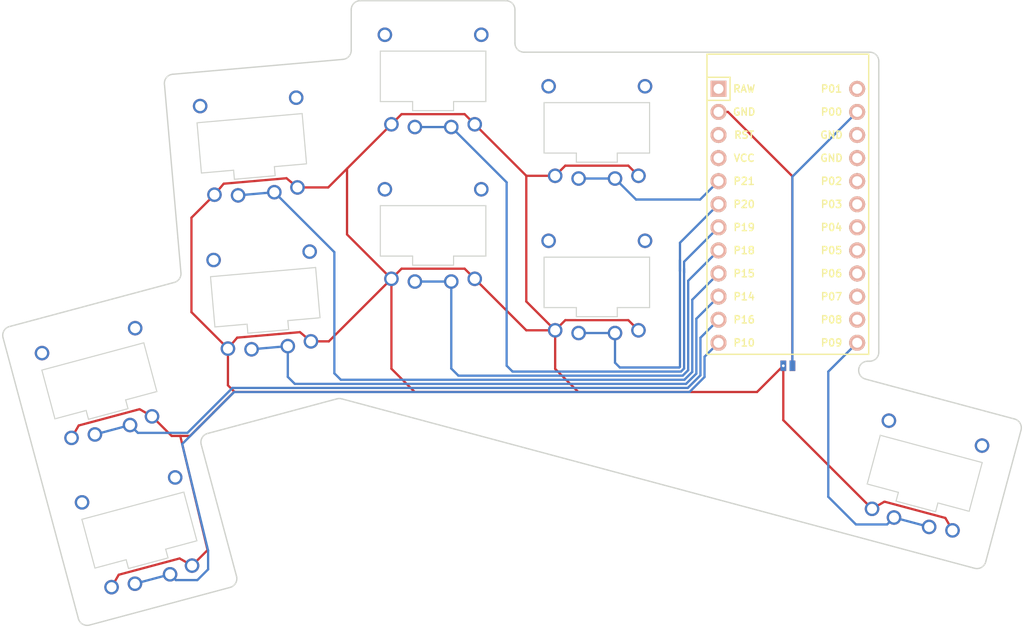
<source format=kicad_pcb>
(kicad_pcb (version 20171130) (host pcbnew "(5.1.9)-1")

  (general
    (thickness 1.6)
    (drawings 35)
    (tracks 142)
    (zones 0)
    (modules 13)
    (nets 23)
  )

  (page A3)
  (title_block
    (title KEYBOARD_NAME_HERE)
    (rev VERSION_HERE)
    (company YOUR_NAME_HERE)
  )

  (layers
    (0 F.Cu signal)
    (31 B.Cu signal)
    (32 B.Adhes user)
    (33 F.Adhes user)
    (34 B.Paste user)
    (35 F.Paste user)
    (36 B.SilkS user)
    (37 F.SilkS user)
    (38 B.Mask user)
    (39 F.Mask user)
    (40 Dwgs.User user hide)
    (41 Cmts.User user)
    (42 Eco1.User user)
    (43 Eco2.User user)
    (44 Edge.Cuts user)
    (45 Margin user)
    (46 B.CrtYd user)
    (47 F.CrtYd user)
    (48 B.Fab user)
    (49 F.Fab user)
  )

  (setup
    (last_trace_width 0.25)
    (trace_clearance 0.2)
    (zone_clearance 0.508)
    (zone_45_only no)
    (trace_min 0.2)
    (via_size 0.8)
    (via_drill 0.4)
    (via_min_size 0.4)
    (via_min_drill 0.3)
    (uvia_size 0.3)
    (uvia_drill 0.1)
    (uvias_allowed no)
    (uvia_min_size 0.2)
    (uvia_min_drill 0.1)
    (edge_width 0.05)
    (segment_width 0.2)
    (pcb_text_width 0.3)
    (pcb_text_size 1.5 1.5)
    (mod_edge_width 0.12)
    (mod_text_size 1 1)
    (mod_text_width 0.15)
    (pad_size 1.524 1.524)
    (pad_drill 0.762)
    (pad_to_mask_clearance 0.05)
    (aux_axis_origin 0 0)
    (visible_elements 7FFFEFFF)
    (pcbplotparams
      (layerselection 0x010fc_ffffffff)
      (usegerberextensions false)
      (usegerberattributes true)
      (usegerberadvancedattributes true)
      (creategerberjobfile true)
      (excludeedgelayer true)
      (linewidth 0.100000)
      (plotframeref false)
      (viasonmask false)
      (mode 1)
      (useauxorigin false)
      (hpglpennumber 1)
      (hpglpenspeed 20)
      (hpglpendiameter 15.000000)
      (psnegative false)
      (psa4output false)
      (plotreference true)
      (plotvalue true)
      (plotinvisibletext false)
      (padsonsilk false)
      (subtractmaskfromsilk false)
      (outputformat 1)
      (mirror false)
      (drillshape 1)
      (scaleselection 1)
      (outputdirectory ""))
  )

  (net 0 "")
  (net 1 GND)
  (net 2 P10)
  (net 3 P16)
  (net 4 P14)
  (net 5 P15)
  (net 6 P18)
  (net 7 P19)
  (net 8 P20)
  (net 9 P21)
  (net 10 P9)
  (net 11 RAW)
  (net 12 RST)
  (net 13 VCC)
  (net 14 P1)
  (net 15 P0)
  (net 16 P2)
  (net 17 P3)
  (net 18 P4)
  (net 19 P5)
  (net 20 P6)
  (net 21 P7)
  (net 22 P8)

  (net_class Default "This is the default net class."
    (clearance 0.2)
    (trace_width 0.25)
    (via_dia 0.8)
    (via_drill 0.4)
    (uvia_dia 0.3)
    (uvia_drill 0.1)
    (add_net GND)
    (add_net P0)
    (add_net P1)
    (add_net P10)
    (add_net P14)
    (add_net P15)
    (add_net P16)
    (add_net P18)
    (add_net P19)
    (add_net P2)
    (add_net P20)
    (add_net P21)
    (add_net P3)
    (add_net P4)
    (add_net P5)
    (add_net P6)
    (add_net P7)
    (add_net P8)
    (add_net P9)
    (add_net RAW)
    (add_net RST)
    (add_net VCC)
  )

  (module lib:Kailh_PG1232 (layer F.Cu) (tedit 5E1ADAC2) (tstamp 0)
    (at 14.280753 -0.114104 15)
    (fp_text reference S1 (at 0 0) (layer F.SilkS) hide
      (effects (font (size 1.27 1.27) (thickness 0.15)))
    )
    (fp_text value Kailh_PG1232 (at 0 -7.3) (layer F.Fab)
      (effects (font (size 1 1) (thickness 0.15)))
    )
    (fp_line (start -9 8.5) (end -9 -8.5) (layer Dwgs.User) (width 0.15))
    (fp_line (start 9 8.5) (end -9 8.5) (layer Dwgs.User) (width 0.15))
    (fp_line (start 9 -8.5) (end 9 8.5) (layer Dwgs.User) (width 0.15))
    (fp_line (start -9 -8.5) (end 9 -8.5) (layer Dwgs.User) (width 0.15))
    (fp_line (start -5.8 -2.95) (end 5.8 -2.95) (layer Edge.Cuts) (width 0.12))
    (fp_line (start 5.8 -2.95) (end 5.8 2.6) (layer Edge.Cuts) (width 0.12))
    (fp_line (start -5.8 2.6) (end -5.8 -2.95) (layer Edge.Cuts) (width 0.12))
    (fp_line (start -2.25 2.6) (end -2.25 3.6) (layer Edge.Cuts) (width 0.12))
    (fp_line (start -2.25 3.6) (end 2.25 3.6) (layer Edge.Cuts) (width 0.12))
    (fp_line (start 2.25 3.6) (end 2.25 2.6) (layer Edge.Cuts) (width 0.12))
    (fp_line (start -2.25 2.6) (end -5.8 2.6) (layer Edge.Cuts) (width 0.12))
    (fp_line (start 2.25 2.6) (end 5.8 2.6) (layer Edge.Cuts) (width 0.12))
    (fp_line (start -2.8 -3.2) (end -2.8 -5.35) (layer Dwgs.User) (width 0.15))
    (fp_line (start 2.8 -3.2) (end 2.8 -5.35) (layer Dwgs.User) (width 0.15))
    (fp_line (start -2.8 -3.2) (end 2.8 -3.2) (layer Dwgs.User) (width 0.15))
    (fp_line (start 2.8 -5.35) (end -2.8 -5.35) (layer Dwgs.User) (width 0.15))
    (fp_line (start 7.25 6.75) (end 7.25 5.75) (layer Dwgs.User) (width 0.15))
    (fp_line (start 7.25 6.75) (end 6.25 6.75) (layer Dwgs.User) (width 0.15))
    (fp_line (start 7.25 -6.75) (end 7.25 -5.75) (layer Dwgs.User) (width 0.15))
    (fp_line (start 7.25 -6.75) (end 6.25 -6.75) (layer Dwgs.User) (width 0.15))
    (fp_line (start -7.25 6.75) (end -7.25 5.75) (layer Dwgs.User) (width 0.15))
    (fp_line (start -7.25 6.75) (end -6.25 6.75) (layer Dwgs.User) (width 0.15))
    (fp_line (start -7.25 -6.75) (end -7.25 -5.75) (layer Dwgs.User) (width 0.15))
    (fp_line (start -7.25 -6.75) (end -6.25 -6.75) (layer Dwgs.User) (width 0.15))
    (pad 3 thru_hole circle (at 5.3 -4.75) (size 1.6 1.6) (drill 1.1) (layers *.Cu *.Mask)
      (clearance 0.2))
    (pad 4 thru_hole circle (at -5.3 -4.75) (size 1.6 1.6) (drill 1.1) (layers *.Cu *.Mask)
      (clearance 0.2))
    (pad 1 thru_hole circle (at -4.58 5.1) (size 1.6 1.6) (drill 1.1) (layers *.Cu *.Mask)
      (net 1 GND) (clearance 0.2))
    (pad 2 thru_hole circle (at 2 5.4) (size 1.6 1.6) (drill 1.1) (layers *.Cu *.Mask)
      (net 2 P10) (clearance 0.2))
    (pad 1 thru_hole circle (at 4.58 5.1) (size 1.6 1.6) (drill 1.1) (layers *.Cu *.Mask)
      (net 1 GND) (clearance 0.2))
    (pad 2 thru_hole circle (at -2 5.4) (size 1.6 1.6) (drill 1.1) (layers *.Cu *.Mask)
      (net 2 P10) (clearance 0.2))
  )

  (module lib:Kailh_PG1232 (layer F.Cu) (tedit 5E1ADAC2) (tstamp 0)
    (at 9.88083 -16.534843 15)
    (fp_text reference S2 (at 0 0) (layer F.SilkS) hide
      (effects (font (size 1.27 1.27) (thickness 0.15)))
    )
    (fp_text value Kailh_PG1232 (at 0 -7.3) (layer F.Fab)
      (effects (font (size 1 1) (thickness 0.15)))
    )
    (fp_line (start -9 8.5) (end -9 -8.5) (layer Dwgs.User) (width 0.15))
    (fp_line (start 9 8.5) (end -9 8.5) (layer Dwgs.User) (width 0.15))
    (fp_line (start 9 -8.5) (end 9 8.5) (layer Dwgs.User) (width 0.15))
    (fp_line (start -9 -8.5) (end 9 -8.5) (layer Dwgs.User) (width 0.15))
    (fp_line (start -5.8 -2.95) (end 5.8 -2.95) (layer Edge.Cuts) (width 0.12))
    (fp_line (start 5.8 -2.95) (end 5.8 2.6) (layer Edge.Cuts) (width 0.12))
    (fp_line (start -5.8 2.6) (end -5.8 -2.95) (layer Edge.Cuts) (width 0.12))
    (fp_line (start -2.25 2.6) (end -2.25 3.6) (layer Edge.Cuts) (width 0.12))
    (fp_line (start -2.25 3.6) (end 2.25 3.6) (layer Edge.Cuts) (width 0.12))
    (fp_line (start 2.25 3.6) (end 2.25 2.6) (layer Edge.Cuts) (width 0.12))
    (fp_line (start -2.25 2.6) (end -5.8 2.6) (layer Edge.Cuts) (width 0.12))
    (fp_line (start 2.25 2.6) (end 5.8 2.6) (layer Edge.Cuts) (width 0.12))
    (fp_line (start -2.8 -3.2) (end -2.8 -5.35) (layer Dwgs.User) (width 0.15))
    (fp_line (start 2.8 -3.2) (end 2.8 -5.35) (layer Dwgs.User) (width 0.15))
    (fp_line (start -2.8 -3.2) (end 2.8 -3.2) (layer Dwgs.User) (width 0.15))
    (fp_line (start 2.8 -5.35) (end -2.8 -5.35) (layer Dwgs.User) (width 0.15))
    (fp_line (start 7.25 6.75) (end 7.25 5.75) (layer Dwgs.User) (width 0.15))
    (fp_line (start 7.25 6.75) (end 6.25 6.75) (layer Dwgs.User) (width 0.15))
    (fp_line (start 7.25 -6.75) (end 7.25 -5.75) (layer Dwgs.User) (width 0.15))
    (fp_line (start 7.25 -6.75) (end 6.25 -6.75) (layer Dwgs.User) (width 0.15))
    (fp_line (start -7.25 6.75) (end -7.25 5.75) (layer Dwgs.User) (width 0.15))
    (fp_line (start -7.25 6.75) (end -6.25 6.75) (layer Dwgs.User) (width 0.15))
    (fp_line (start -7.25 -6.75) (end -7.25 -5.75) (layer Dwgs.User) (width 0.15))
    (fp_line (start -7.25 -6.75) (end -6.25 -6.75) (layer Dwgs.User) (width 0.15))
    (pad 3 thru_hole circle (at 5.3 -4.75) (size 1.6 1.6) (drill 1.1) (layers *.Cu *.Mask)
      (clearance 0.2))
    (pad 4 thru_hole circle (at -5.3 -4.75) (size 1.6 1.6) (drill 1.1) (layers *.Cu *.Mask)
      (clearance 0.2))
    (pad 1 thru_hole circle (at -4.58 5.1) (size 1.6 1.6) (drill 1.1) (layers *.Cu *.Mask)
      (net 1 GND) (clearance 0.2))
    (pad 2 thru_hole circle (at 2 5.4) (size 1.6 1.6) (drill 1.1) (layers *.Cu *.Mask)
      (net 3 P16) (clearance 0.2))
    (pad 1 thru_hole circle (at 4.58 5.1) (size 1.6 1.6) (drill 1.1) (layers *.Cu *.Mask)
      (net 1 GND) (clearance 0.2))
    (pad 2 thru_hole circle (at -2 5.4) (size 1.6 1.6) (drill 1.1) (layers *.Cu *.Mask)
      (net 3 P16) (clearance 0.2))
  )

  (module lib:Kailh_PG1232 (layer F.Cu) (tedit 5E1ADAC2) (tstamp 0)
    (at 28.089595 -25.726187 5)
    (fp_text reference S3 (at 0 0) (layer F.SilkS) hide
      (effects (font (size 1.27 1.27) (thickness 0.15)))
    )
    (fp_text value Kailh_PG1232 (at 0 -7.3) (layer F.Fab)
      (effects (font (size 1 1) (thickness 0.15)))
    )
    (fp_line (start -9 8.5) (end -9 -8.5) (layer Dwgs.User) (width 0.15))
    (fp_line (start 9 8.5) (end -9 8.5) (layer Dwgs.User) (width 0.15))
    (fp_line (start 9 -8.5) (end 9 8.5) (layer Dwgs.User) (width 0.15))
    (fp_line (start -9 -8.5) (end 9 -8.5) (layer Dwgs.User) (width 0.15))
    (fp_line (start -5.8 -2.95) (end 5.8 -2.95) (layer Edge.Cuts) (width 0.12))
    (fp_line (start 5.8 -2.95) (end 5.8 2.6) (layer Edge.Cuts) (width 0.12))
    (fp_line (start -5.8 2.6) (end -5.8 -2.95) (layer Edge.Cuts) (width 0.12))
    (fp_line (start -2.25 2.6) (end -2.25 3.6) (layer Edge.Cuts) (width 0.12))
    (fp_line (start -2.25 3.6) (end 2.25 3.6) (layer Edge.Cuts) (width 0.12))
    (fp_line (start 2.25 3.6) (end 2.25 2.6) (layer Edge.Cuts) (width 0.12))
    (fp_line (start -2.25 2.6) (end -5.8 2.6) (layer Edge.Cuts) (width 0.12))
    (fp_line (start 2.25 2.6) (end 5.8 2.6) (layer Edge.Cuts) (width 0.12))
    (fp_line (start -2.8 -3.2) (end -2.8 -5.35) (layer Dwgs.User) (width 0.15))
    (fp_line (start 2.8 -3.2) (end 2.8 -5.35) (layer Dwgs.User) (width 0.15))
    (fp_line (start -2.8 -3.2) (end 2.8 -3.2) (layer Dwgs.User) (width 0.15))
    (fp_line (start 2.8 -5.35) (end -2.8 -5.35) (layer Dwgs.User) (width 0.15))
    (fp_line (start 7.25 6.75) (end 7.25 5.75) (layer Dwgs.User) (width 0.15))
    (fp_line (start 7.25 6.75) (end 6.25 6.75) (layer Dwgs.User) (width 0.15))
    (fp_line (start 7.25 -6.75) (end 7.25 -5.75) (layer Dwgs.User) (width 0.15))
    (fp_line (start 7.25 -6.75) (end 6.25 -6.75) (layer Dwgs.User) (width 0.15))
    (fp_line (start -7.25 6.75) (end -7.25 5.75) (layer Dwgs.User) (width 0.15))
    (fp_line (start -7.25 6.75) (end -6.25 6.75) (layer Dwgs.User) (width 0.15))
    (fp_line (start -7.25 -6.75) (end -7.25 -5.75) (layer Dwgs.User) (width 0.15))
    (fp_line (start -7.25 -6.75) (end -6.25 -6.75) (layer Dwgs.User) (width 0.15))
    (pad 3 thru_hole circle (at 5.3 -4.75) (size 1.6 1.6) (drill 1.1) (layers *.Cu *.Mask)
      (clearance 0.2))
    (pad 4 thru_hole circle (at -5.3 -4.75) (size 1.6 1.6) (drill 1.1) (layers *.Cu *.Mask)
      (clearance 0.2))
    (pad 1 thru_hole circle (at -4.58 5.1) (size 1.6 1.6) (drill 1.1) (layers *.Cu *.Mask)
      (net 1 GND) (clearance 0.2))
    (pad 2 thru_hole circle (at 2 5.4) (size 1.6 1.6) (drill 1.1) (layers *.Cu *.Mask)
      (net 4 P14) (clearance 0.2))
    (pad 1 thru_hole circle (at 4.58 5.1) (size 1.6 1.6) (drill 1.1) (layers *.Cu *.Mask)
      (net 1 GND) (clearance 0.2))
    (pad 2 thru_hole circle (at -2 5.4) (size 1.6 1.6) (drill 1.1) (layers *.Cu *.Mask)
      (net 4 P14) (clearance 0.2))
  )

  (module lib:Kailh_PG1232 (layer F.Cu) (tedit 5E1ADAC2) (tstamp 0)
    (at 26.607947 -42.661496 5)
    (fp_text reference S4 (at 0 0) (layer F.SilkS) hide
      (effects (font (size 1.27 1.27) (thickness 0.15)))
    )
    (fp_text value Kailh_PG1232 (at 0 -7.3) (layer F.Fab)
      (effects (font (size 1 1) (thickness 0.15)))
    )
    (fp_line (start -9 8.5) (end -9 -8.5) (layer Dwgs.User) (width 0.15))
    (fp_line (start 9 8.5) (end -9 8.5) (layer Dwgs.User) (width 0.15))
    (fp_line (start 9 -8.5) (end 9 8.5) (layer Dwgs.User) (width 0.15))
    (fp_line (start -9 -8.5) (end 9 -8.5) (layer Dwgs.User) (width 0.15))
    (fp_line (start -5.8 -2.95) (end 5.8 -2.95) (layer Edge.Cuts) (width 0.12))
    (fp_line (start 5.8 -2.95) (end 5.8 2.6) (layer Edge.Cuts) (width 0.12))
    (fp_line (start -5.8 2.6) (end -5.8 -2.95) (layer Edge.Cuts) (width 0.12))
    (fp_line (start -2.25 2.6) (end -2.25 3.6) (layer Edge.Cuts) (width 0.12))
    (fp_line (start -2.25 3.6) (end 2.25 3.6) (layer Edge.Cuts) (width 0.12))
    (fp_line (start 2.25 3.6) (end 2.25 2.6) (layer Edge.Cuts) (width 0.12))
    (fp_line (start -2.25 2.6) (end -5.8 2.6) (layer Edge.Cuts) (width 0.12))
    (fp_line (start 2.25 2.6) (end 5.8 2.6) (layer Edge.Cuts) (width 0.12))
    (fp_line (start -2.8 -3.2) (end -2.8 -5.35) (layer Dwgs.User) (width 0.15))
    (fp_line (start 2.8 -3.2) (end 2.8 -5.35) (layer Dwgs.User) (width 0.15))
    (fp_line (start -2.8 -3.2) (end 2.8 -3.2) (layer Dwgs.User) (width 0.15))
    (fp_line (start 2.8 -5.35) (end -2.8 -5.35) (layer Dwgs.User) (width 0.15))
    (fp_line (start 7.25 6.75) (end 7.25 5.75) (layer Dwgs.User) (width 0.15))
    (fp_line (start 7.25 6.75) (end 6.25 6.75) (layer Dwgs.User) (width 0.15))
    (fp_line (start 7.25 -6.75) (end 7.25 -5.75) (layer Dwgs.User) (width 0.15))
    (fp_line (start 7.25 -6.75) (end 6.25 -6.75) (layer Dwgs.User) (width 0.15))
    (fp_line (start -7.25 6.75) (end -7.25 5.75) (layer Dwgs.User) (width 0.15))
    (fp_line (start -7.25 6.75) (end -6.25 6.75) (layer Dwgs.User) (width 0.15))
    (fp_line (start -7.25 -6.75) (end -7.25 -5.75) (layer Dwgs.User) (width 0.15))
    (fp_line (start -7.25 -6.75) (end -6.25 -6.75) (layer Dwgs.User) (width 0.15))
    (pad 3 thru_hole circle (at 5.3 -4.75) (size 1.6 1.6) (drill 1.1) (layers *.Cu *.Mask)
      (clearance 0.2))
    (pad 4 thru_hole circle (at -5.3 -4.75) (size 1.6 1.6) (drill 1.1) (layers *.Cu *.Mask)
      (clearance 0.2))
    (pad 1 thru_hole circle (at -4.58 5.1) (size 1.6 1.6) (drill 1.1) (layers *.Cu *.Mask)
      (net 1 GND) (clearance 0.2))
    (pad 2 thru_hole circle (at 2 5.4) (size 1.6 1.6) (drill 1.1) (layers *.Cu *.Mask)
      (net 5 P15) (clearance 0.2))
    (pad 1 thru_hole circle (at 4.58 5.1) (size 1.6 1.6) (drill 1.1) (layers *.Cu *.Mask)
      (net 1 GND) (clearance 0.2))
    (pad 2 thru_hole circle (at -2 5.4) (size 1.6 1.6) (drill 1.1) (layers *.Cu *.Mask)
      (net 5 P15) (clearance 0.2))
  )

  (module lib:Kailh_PG1232 (layer F.Cu) (tedit 5E1ADAC2) (tstamp 0)
    (at 46.523412 -33.027248)
    (fp_text reference S5 (at 0 0) (layer F.SilkS) hide
      (effects (font (size 1.27 1.27) (thickness 0.15)))
    )
    (fp_text value Kailh_PG1232 (at 0 -7.3) (layer F.Fab)
      (effects (font (size 1 1) (thickness 0.15)))
    )
    (fp_line (start -9 8.5) (end -9 -8.5) (layer Dwgs.User) (width 0.15))
    (fp_line (start 9 8.5) (end -9 8.5) (layer Dwgs.User) (width 0.15))
    (fp_line (start 9 -8.5) (end 9 8.5) (layer Dwgs.User) (width 0.15))
    (fp_line (start -9 -8.5) (end 9 -8.5) (layer Dwgs.User) (width 0.15))
    (fp_line (start -5.8 -2.95) (end 5.8 -2.95) (layer Edge.Cuts) (width 0.12))
    (fp_line (start 5.8 -2.95) (end 5.8 2.6) (layer Edge.Cuts) (width 0.12))
    (fp_line (start -5.8 2.6) (end -5.8 -2.95) (layer Edge.Cuts) (width 0.12))
    (fp_line (start -2.25 2.6) (end -2.25 3.6) (layer Edge.Cuts) (width 0.12))
    (fp_line (start -2.25 3.6) (end 2.25 3.6) (layer Edge.Cuts) (width 0.12))
    (fp_line (start 2.25 3.6) (end 2.25 2.6) (layer Edge.Cuts) (width 0.12))
    (fp_line (start -2.25 2.6) (end -5.8 2.6) (layer Edge.Cuts) (width 0.12))
    (fp_line (start 2.25 2.6) (end 5.8 2.6) (layer Edge.Cuts) (width 0.12))
    (fp_line (start -2.8 -3.2) (end -2.8 -5.35) (layer Dwgs.User) (width 0.15))
    (fp_line (start 2.8 -3.2) (end 2.8 -5.35) (layer Dwgs.User) (width 0.15))
    (fp_line (start -2.8 -3.2) (end 2.8 -3.2) (layer Dwgs.User) (width 0.15))
    (fp_line (start 2.8 -5.35) (end -2.8 -5.35) (layer Dwgs.User) (width 0.15))
    (fp_line (start 7.25 6.75) (end 7.25 5.75) (layer Dwgs.User) (width 0.15))
    (fp_line (start 7.25 6.75) (end 6.25 6.75) (layer Dwgs.User) (width 0.15))
    (fp_line (start 7.25 -6.75) (end 7.25 -5.75) (layer Dwgs.User) (width 0.15))
    (fp_line (start 7.25 -6.75) (end 6.25 -6.75) (layer Dwgs.User) (width 0.15))
    (fp_line (start -7.25 6.75) (end -7.25 5.75) (layer Dwgs.User) (width 0.15))
    (fp_line (start -7.25 6.75) (end -6.25 6.75) (layer Dwgs.User) (width 0.15))
    (fp_line (start -7.25 -6.75) (end -7.25 -5.75) (layer Dwgs.User) (width 0.15))
    (fp_line (start -7.25 -6.75) (end -6.25 -6.75) (layer Dwgs.User) (width 0.15))
    (pad 3 thru_hole circle (at 5.3 -4.75) (size 1.6 1.6) (drill 1.1) (layers *.Cu *.Mask)
      (clearance 0.2))
    (pad 4 thru_hole circle (at -5.3 -4.75) (size 1.6 1.6) (drill 1.1) (layers *.Cu *.Mask)
      (clearance 0.2))
    (pad 1 thru_hole circle (at -4.58 5.1) (size 1.6 1.6) (drill 1.1) (layers *.Cu *.Mask)
      (net 1 GND) (clearance 0.2))
    (pad 2 thru_hole circle (at 2 5.4) (size 1.6 1.6) (drill 1.1) (layers *.Cu *.Mask)
      (net 6 P18) (clearance 0.2))
    (pad 1 thru_hole circle (at 4.58 5.1) (size 1.6 1.6) (drill 1.1) (layers *.Cu *.Mask)
      (net 1 GND) (clearance 0.2))
    (pad 2 thru_hole circle (at -2 5.4) (size 1.6 1.6) (drill 1.1) (layers *.Cu *.Mask)
      (net 6 P18) (clearance 0.2))
  )

  (module lib:Kailh_PG1232 (layer F.Cu) (tedit 5E1ADAC2) (tstamp 0)
    (at 46.523412 -50.027248)
    (fp_text reference S6 (at 0 0) (layer F.SilkS) hide
      (effects (font (size 1.27 1.27) (thickness 0.15)))
    )
    (fp_text value Kailh_PG1232 (at 0 -7.3) (layer F.Fab)
      (effects (font (size 1 1) (thickness 0.15)))
    )
    (fp_line (start -9 8.5) (end -9 -8.5) (layer Dwgs.User) (width 0.15))
    (fp_line (start 9 8.5) (end -9 8.5) (layer Dwgs.User) (width 0.15))
    (fp_line (start 9 -8.5) (end 9 8.5) (layer Dwgs.User) (width 0.15))
    (fp_line (start -9 -8.5) (end 9 -8.5) (layer Dwgs.User) (width 0.15))
    (fp_line (start -5.8 -2.95) (end 5.8 -2.95) (layer Edge.Cuts) (width 0.12))
    (fp_line (start 5.8 -2.95) (end 5.8 2.6) (layer Edge.Cuts) (width 0.12))
    (fp_line (start -5.8 2.6) (end -5.8 -2.95) (layer Edge.Cuts) (width 0.12))
    (fp_line (start -2.25 2.6) (end -2.25 3.6) (layer Edge.Cuts) (width 0.12))
    (fp_line (start -2.25 3.6) (end 2.25 3.6) (layer Edge.Cuts) (width 0.12))
    (fp_line (start 2.25 3.6) (end 2.25 2.6) (layer Edge.Cuts) (width 0.12))
    (fp_line (start -2.25 2.6) (end -5.8 2.6) (layer Edge.Cuts) (width 0.12))
    (fp_line (start 2.25 2.6) (end 5.8 2.6) (layer Edge.Cuts) (width 0.12))
    (fp_line (start -2.8 -3.2) (end -2.8 -5.35) (layer Dwgs.User) (width 0.15))
    (fp_line (start 2.8 -3.2) (end 2.8 -5.35) (layer Dwgs.User) (width 0.15))
    (fp_line (start -2.8 -3.2) (end 2.8 -3.2) (layer Dwgs.User) (width 0.15))
    (fp_line (start 2.8 -5.35) (end -2.8 -5.35) (layer Dwgs.User) (width 0.15))
    (fp_line (start 7.25 6.75) (end 7.25 5.75) (layer Dwgs.User) (width 0.15))
    (fp_line (start 7.25 6.75) (end 6.25 6.75) (layer Dwgs.User) (width 0.15))
    (fp_line (start 7.25 -6.75) (end 7.25 -5.75) (layer Dwgs.User) (width 0.15))
    (fp_line (start 7.25 -6.75) (end 6.25 -6.75) (layer Dwgs.User) (width 0.15))
    (fp_line (start -7.25 6.75) (end -7.25 5.75) (layer Dwgs.User) (width 0.15))
    (fp_line (start -7.25 6.75) (end -6.25 6.75) (layer Dwgs.User) (width 0.15))
    (fp_line (start -7.25 -6.75) (end -7.25 -5.75) (layer Dwgs.User) (width 0.15))
    (fp_line (start -7.25 -6.75) (end -6.25 -6.75) (layer Dwgs.User) (width 0.15))
    (pad 3 thru_hole circle (at 5.3 -4.75) (size 1.6 1.6) (drill 1.1) (layers *.Cu *.Mask)
      (clearance 0.2))
    (pad 4 thru_hole circle (at -5.3 -4.75) (size 1.6 1.6) (drill 1.1) (layers *.Cu *.Mask)
      (clearance 0.2))
    (pad 1 thru_hole circle (at -4.58 5.1) (size 1.6 1.6) (drill 1.1) (layers *.Cu *.Mask)
      (net 1 GND) (clearance 0.2))
    (pad 2 thru_hole circle (at 2 5.4) (size 1.6 1.6) (drill 1.1) (layers *.Cu *.Mask)
      (net 7 P19) (clearance 0.2))
    (pad 1 thru_hole circle (at 4.58 5.1) (size 1.6 1.6) (drill 1.1) (layers *.Cu *.Mask)
      (net 1 GND) (clearance 0.2))
    (pad 2 thru_hole circle (at -2 5.4) (size 1.6 1.6) (drill 1.1) (layers *.Cu *.Mask)
      (net 7 P19) (clearance 0.2))
  )

  (module lib:Kailh_PG1232 (layer F.Cu) (tedit 5E1ADAC2) (tstamp 0)
    (at 64.523413 -27.360582)
    (fp_text reference S7 (at 0 0) (layer F.SilkS) hide
      (effects (font (size 1.27 1.27) (thickness 0.15)))
    )
    (fp_text value Kailh_PG1232 (at 0 -7.3) (layer F.Fab)
      (effects (font (size 1 1) (thickness 0.15)))
    )
    (fp_line (start -9 8.5) (end -9 -8.5) (layer Dwgs.User) (width 0.15))
    (fp_line (start 9 8.5) (end -9 8.5) (layer Dwgs.User) (width 0.15))
    (fp_line (start 9 -8.5) (end 9 8.5) (layer Dwgs.User) (width 0.15))
    (fp_line (start -9 -8.5) (end 9 -8.5) (layer Dwgs.User) (width 0.15))
    (fp_line (start -5.8 -2.95) (end 5.8 -2.95) (layer Edge.Cuts) (width 0.12))
    (fp_line (start 5.8 -2.95) (end 5.8 2.6) (layer Edge.Cuts) (width 0.12))
    (fp_line (start -5.8 2.6) (end -5.8 -2.95) (layer Edge.Cuts) (width 0.12))
    (fp_line (start -2.25 2.6) (end -2.25 3.6) (layer Edge.Cuts) (width 0.12))
    (fp_line (start -2.25 3.6) (end 2.25 3.6) (layer Edge.Cuts) (width 0.12))
    (fp_line (start 2.25 3.6) (end 2.25 2.6) (layer Edge.Cuts) (width 0.12))
    (fp_line (start -2.25 2.6) (end -5.8 2.6) (layer Edge.Cuts) (width 0.12))
    (fp_line (start 2.25 2.6) (end 5.8 2.6) (layer Edge.Cuts) (width 0.12))
    (fp_line (start -2.8 -3.2) (end -2.8 -5.35) (layer Dwgs.User) (width 0.15))
    (fp_line (start 2.8 -3.2) (end 2.8 -5.35) (layer Dwgs.User) (width 0.15))
    (fp_line (start -2.8 -3.2) (end 2.8 -3.2) (layer Dwgs.User) (width 0.15))
    (fp_line (start 2.8 -5.35) (end -2.8 -5.35) (layer Dwgs.User) (width 0.15))
    (fp_line (start 7.25 6.75) (end 7.25 5.75) (layer Dwgs.User) (width 0.15))
    (fp_line (start 7.25 6.75) (end 6.25 6.75) (layer Dwgs.User) (width 0.15))
    (fp_line (start 7.25 -6.75) (end 7.25 -5.75) (layer Dwgs.User) (width 0.15))
    (fp_line (start 7.25 -6.75) (end 6.25 -6.75) (layer Dwgs.User) (width 0.15))
    (fp_line (start -7.25 6.75) (end -7.25 5.75) (layer Dwgs.User) (width 0.15))
    (fp_line (start -7.25 6.75) (end -6.25 6.75) (layer Dwgs.User) (width 0.15))
    (fp_line (start -7.25 -6.75) (end -7.25 -5.75) (layer Dwgs.User) (width 0.15))
    (fp_line (start -7.25 -6.75) (end -6.25 -6.75) (layer Dwgs.User) (width 0.15))
    (pad 3 thru_hole circle (at 5.3 -4.75) (size 1.6 1.6) (drill 1.1) (layers *.Cu *.Mask)
      (clearance 0.2))
    (pad 4 thru_hole circle (at -5.3 -4.75) (size 1.6 1.6) (drill 1.1) (layers *.Cu *.Mask)
      (clearance 0.2))
    (pad 1 thru_hole circle (at -4.58 5.1) (size 1.6 1.6) (drill 1.1) (layers *.Cu *.Mask)
      (net 1 GND) (clearance 0.2))
    (pad 2 thru_hole circle (at 2 5.4) (size 1.6 1.6) (drill 1.1) (layers *.Cu *.Mask)
      (net 8 P20) (clearance 0.2))
    (pad 1 thru_hole circle (at 4.58 5.1) (size 1.6 1.6) (drill 1.1) (layers *.Cu *.Mask)
      (net 1 GND) (clearance 0.2))
    (pad 2 thru_hole circle (at -2 5.4) (size 1.6 1.6) (drill 1.1) (layers *.Cu *.Mask)
      (net 8 P20) (clearance 0.2))
  )

  (module lib:Kailh_PG1232 (layer F.Cu) (tedit 5E1ADAC2) (tstamp 0)
    (at 64.523412 -44.360582)
    (fp_text reference S8 (at 0 0) (layer F.SilkS) hide
      (effects (font (size 1.27 1.27) (thickness 0.15)))
    )
    (fp_text value Kailh_PG1232 (at 0 -7.3) (layer F.Fab)
      (effects (font (size 1 1) (thickness 0.15)))
    )
    (fp_line (start -9 8.5) (end -9 -8.5) (layer Dwgs.User) (width 0.15))
    (fp_line (start 9 8.5) (end -9 8.5) (layer Dwgs.User) (width 0.15))
    (fp_line (start 9 -8.5) (end 9 8.5) (layer Dwgs.User) (width 0.15))
    (fp_line (start -9 -8.5) (end 9 -8.5) (layer Dwgs.User) (width 0.15))
    (fp_line (start -5.8 -2.95) (end 5.8 -2.95) (layer Edge.Cuts) (width 0.12))
    (fp_line (start 5.8 -2.95) (end 5.8 2.6) (layer Edge.Cuts) (width 0.12))
    (fp_line (start -5.8 2.6) (end -5.8 -2.95) (layer Edge.Cuts) (width 0.12))
    (fp_line (start -2.25 2.6) (end -2.25 3.6) (layer Edge.Cuts) (width 0.12))
    (fp_line (start -2.25 3.6) (end 2.25 3.6) (layer Edge.Cuts) (width 0.12))
    (fp_line (start 2.25 3.6) (end 2.25 2.6) (layer Edge.Cuts) (width 0.12))
    (fp_line (start -2.25 2.6) (end -5.8 2.6) (layer Edge.Cuts) (width 0.12))
    (fp_line (start 2.25 2.6) (end 5.8 2.6) (layer Edge.Cuts) (width 0.12))
    (fp_line (start -2.8 -3.2) (end -2.8 -5.35) (layer Dwgs.User) (width 0.15))
    (fp_line (start 2.8 -3.2) (end 2.8 -5.35) (layer Dwgs.User) (width 0.15))
    (fp_line (start -2.8 -3.2) (end 2.8 -3.2) (layer Dwgs.User) (width 0.15))
    (fp_line (start 2.8 -5.35) (end -2.8 -5.35) (layer Dwgs.User) (width 0.15))
    (fp_line (start 7.25 6.75) (end 7.25 5.75) (layer Dwgs.User) (width 0.15))
    (fp_line (start 7.25 6.75) (end 6.25 6.75) (layer Dwgs.User) (width 0.15))
    (fp_line (start 7.25 -6.75) (end 7.25 -5.75) (layer Dwgs.User) (width 0.15))
    (fp_line (start 7.25 -6.75) (end 6.25 -6.75) (layer Dwgs.User) (width 0.15))
    (fp_line (start -7.25 6.75) (end -7.25 5.75) (layer Dwgs.User) (width 0.15))
    (fp_line (start -7.25 6.75) (end -6.25 6.75) (layer Dwgs.User) (width 0.15))
    (fp_line (start -7.25 -6.75) (end -7.25 -5.75) (layer Dwgs.User) (width 0.15))
    (fp_line (start -7.25 -6.75) (end -6.25 -6.75) (layer Dwgs.User) (width 0.15))
    (pad 3 thru_hole circle (at 5.3 -4.75) (size 1.6 1.6) (drill 1.1) (layers *.Cu *.Mask)
      (clearance 0.2))
    (pad 4 thru_hole circle (at -5.3 -4.75) (size 1.6 1.6) (drill 1.1) (layers *.Cu *.Mask)
      (clearance 0.2))
    (pad 1 thru_hole circle (at -4.58 5.1) (size 1.6 1.6) (drill 1.1) (layers *.Cu *.Mask)
      (net 1 GND) (clearance 0.2))
    (pad 2 thru_hole circle (at 2 5.4) (size 1.6 1.6) (drill 1.1) (layers *.Cu *.Mask)
      (net 9 P21) (clearance 0.2))
    (pad 1 thru_hole circle (at 4.58 5.1) (size 1.6 1.6) (drill 1.1) (layers *.Cu *.Mask)
      (net 1 GND) (clearance 0.2))
    (pad 2 thru_hole circle (at -2 5.4) (size 1.6 1.6) (drill 1.1) (layers *.Cu *.Mask)
      (net 9 P21) (clearance 0.2))
  )

  (module lib:Kailh_PG1232 (layer F.Cu) (tedit 5E1ADAC2) (tstamp 0)
    (at 100.523412 -6.360581 345)
    (fp_text reference S9 (at 0 0) (layer F.SilkS) hide
      (effects (font (size 1.27 1.27) (thickness 0.15)))
    )
    (fp_text value Kailh_PG1232 (at 0 -7.3) (layer F.Fab)
      (effects (font (size 1 1) (thickness 0.15)))
    )
    (fp_line (start -9 8.5) (end -9 -8.5) (layer Dwgs.User) (width 0.15))
    (fp_line (start 9 8.5) (end -9 8.5) (layer Dwgs.User) (width 0.15))
    (fp_line (start 9 -8.5) (end 9 8.5) (layer Dwgs.User) (width 0.15))
    (fp_line (start -9 -8.5) (end 9 -8.5) (layer Dwgs.User) (width 0.15))
    (fp_line (start -5.8 -2.95) (end 5.8 -2.95) (layer Edge.Cuts) (width 0.12))
    (fp_line (start 5.8 -2.95) (end 5.8 2.6) (layer Edge.Cuts) (width 0.12))
    (fp_line (start -5.8 2.6) (end -5.8 -2.95) (layer Edge.Cuts) (width 0.12))
    (fp_line (start -2.25 2.6) (end -2.25 3.6) (layer Edge.Cuts) (width 0.12))
    (fp_line (start -2.25 3.6) (end 2.25 3.6) (layer Edge.Cuts) (width 0.12))
    (fp_line (start 2.25 3.6) (end 2.25 2.6) (layer Edge.Cuts) (width 0.12))
    (fp_line (start -2.25 2.6) (end -5.8 2.6) (layer Edge.Cuts) (width 0.12))
    (fp_line (start 2.25 2.6) (end 5.8 2.6) (layer Edge.Cuts) (width 0.12))
    (fp_line (start -2.8 -3.2) (end -2.8 -5.35) (layer Dwgs.User) (width 0.15))
    (fp_line (start 2.8 -3.2) (end 2.8 -5.35) (layer Dwgs.User) (width 0.15))
    (fp_line (start -2.8 -3.2) (end 2.8 -3.2) (layer Dwgs.User) (width 0.15))
    (fp_line (start 2.8 -5.35) (end -2.8 -5.35) (layer Dwgs.User) (width 0.15))
    (fp_line (start 7.25 6.75) (end 7.25 5.75) (layer Dwgs.User) (width 0.15))
    (fp_line (start 7.25 6.75) (end 6.25 6.75) (layer Dwgs.User) (width 0.15))
    (fp_line (start 7.25 -6.75) (end 7.25 -5.75) (layer Dwgs.User) (width 0.15))
    (fp_line (start 7.25 -6.75) (end 6.25 -6.75) (layer Dwgs.User) (width 0.15))
    (fp_line (start -7.25 6.75) (end -7.25 5.75) (layer Dwgs.User) (width 0.15))
    (fp_line (start -7.25 6.75) (end -6.25 6.75) (layer Dwgs.User) (width 0.15))
    (fp_line (start -7.25 -6.75) (end -7.25 -5.75) (layer Dwgs.User) (width 0.15))
    (fp_line (start -7.25 -6.75) (end -6.25 -6.75) (layer Dwgs.User) (width 0.15))
    (pad 3 thru_hole circle (at 5.3 -4.75) (size 1.6 1.6) (drill 1.1) (layers *.Cu *.Mask)
      (clearance 0.2))
    (pad 4 thru_hole circle (at -5.3 -4.75) (size 1.6 1.6) (drill 1.1) (layers *.Cu *.Mask)
      (clearance 0.2))
    (pad 1 thru_hole circle (at -4.58 5.1) (size 1.6 1.6) (drill 1.1) (layers *.Cu *.Mask)
      (net 1 GND) (clearance 0.2))
    (pad 2 thru_hole circle (at 2 5.4) (size 1.6 1.6) (drill 1.1) (layers *.Cu *.Mask)
      (net 10 P9) (clearance 0.2))
    (pad 1 thru_hole circle (at 4.58 5.1) (size 1.6 1.6) (drill 1.1) (layers *.Cu *.Mask)
      (net 1 GND) (clearance 0.2))
    (pad 2 thru_hole circle (at -2 5.4) (size 1.6 1.6) (drill 1.1) (layers *.Cu *.Mask)
      (net 10 P9) (clearance 0.2))
  )

  (module ProMicro (layer F.Cu) (tedit 5B307E4C) (tstamp 0)
    (at 85.523412 -34.860581 270)
    (fp_text reference C1 (at 0 0) (layer F.SilkS) hide
      (effects (font (size 1.27 1.27) (thickness 0.15)))
    )
    (fp_text value "" (at 0 0) (layer F.SilkS) hide
      (effects (font (size 1.27 1.27) (thickness 0.15)))
    )
    (fp_line (start -12.7 6.35) (end -12.7 8.89) (layer F.SilkS) (width 0.15))
    (fp_line (start -15.24 6.35) (end -15.24 8.89) (layer F.SilkS) (width 0.15))
    (fp_line (start -15.24 6.35) (end -12.7 6.35) (layer F.SilkS) (width 0.15))
    (fp_line (start -17.78 -8.89) (end -17.78 8.89) (layer F.SilkS) (width 0.15))
    (fp_line (start 15.24 -8.89) (end -17.78 -8.89) (layer F.SilkS) (width 0.15))
    (fp_line (start 15.24 8.89) (end 15.24 -8.89) (layer F.SilkS) (width 0.15))
    (fp_line (start -17.78 8.89) (end 15.24 8.89) (layer F.SilkS) (width 0.15))
    (fp_line (start -14.224 -3.81) (end -14.224 3.81) (layer Dwgs.User) (width 0.15))
    (fp_line (start -14.224 3.81) (end -19.304 3.81) (layer Dwgs.User) (width 0.15))
    (fp_line (start -19.304 3.81) (end -19.304 -3.81) (layer Dwgs.User) (width 0.15))
    (fp_line (start -19.304 -3.81) (end -14.224 -3.81) (layer Dwgs.User) (width 0.15))
    (fp_text user RAW (at -13.97 4.8) (layer F.SilkS)
      (effects (font (size 0.8 0.8) (thickness 0.15)))
    )
    (fp_text user GND (at -11.43 4.8) (layer F.SilkS)
      (effects (font (size 0.8 0.8) (thickness 0.15)))
    )
    (fp_text user RST (at -8.89 4.8) (layer F.SilkS)
      (effects (font (size 0.8 0.8) (thickness 0.15)))
    )
    (fp_text user VCC (at -6.35 4.8) (layer F.SilkS)
      (effects (font (size 0.8 0.8) (thickness 0.15)))
    )
    (fp_text user P21 (at -3.81 4.8) (layer F.SilkS)
      (effects (font (size 0.8 0.8) (thickness 0.15)))
    )
    (fp_text user P20 (at -1.27 4.8) (layer F.SilkS)
      (effects (font (size 0.8 0.8) (thickness 0.15)))
    )
    (fp_text user P19 (at 1.27 4.8) (layer F.SilkS)
      (effects (font (size 0.8 0.8) (thickness 0.15)))
    )
    (fp_text user P18 (at 3.81 4.8) (layer F.SilkS)
      (effects (font (size 0.8 0.8) (thickness 0.15)))
    )
    (fp_text user P15 (at 6.35 4.8) (layer F.SilkS)
      (effects (font (size 0.8 0.8) (thickness 0.15)))
    )
    (fp_text user P14 (at 8.89 4.8) (layer F.SilkS)
      (effects (font (size 0.8 0.8) (thickness 0.15)))
    )
    (fp_text user P16 (at 11.43 4.8) (layer F.SilkS)
      (effects (font (size 0.8 0.8) (thickness 0.15)))
    )
    (fp_text user P10 (at 13.97 4.8) (layer F.SilkS)
      (effects (font (size 0.8 0.8) (thickness 0.15)))
    )
    (fp_text user P01 (at -13.97 -4.8) (layer F.SilkS)
      (effects (font (size 0.8 0.8) (thickness 0.15)))
    )
    (fp_text user P00 (at -11.43 -4.8) (layer F.SilkS)
      (effects (font (size 0.8 0.8) (thickness 0.15)))
    )
    (fp_text user GND (at -8.89 -4.8) (layer F.SilkS)
      (effects (font (size 0.8 0.8) (thickness 0.15)))
    )
    (fp_text user GND (at -6.35 -4.8) (layer F.SilkS)
      (effects (font (size 0.8 0.8) (thickness 0.15)))
    )
    (fp_text user P02 (at -3.81 -4.8) (layer F.SilkS)
      (effects (font (size 0.8 0.8) (thickness 0.15)))
    )
    (fp_text user P03 (at -1.27 -4.8) (layer F.SilkS)
      (effects (font (size 0.8 0.8) (thickness 0.15)))
    )
    (fp_text user P04 (at 1.27 -4.8) (layer F.SilkS)
      (effects (font (size 0.8 0.8) (thickness 0.15)))
    )
    (fp_text user P05 (at 3.81 -4.8) (layer F.SilkS)
      (effects (font (size 0.8 0.8) (thickness 0.15)))
    )
    (fp_text user P06 (at 6.35 -4.8) (layer F.SilkS)
      (effects (font (size 0.8 0.8) (thickness 0.15)))
    )
    (fp_text user P07 (at 8.89 -4.8) (layer F.SilkS)
      (effects (font (size 0.8 0.8) (thickness 0.15)))
    )
    (fp_text user P08 (at 11.43 -4.8) (layer F.SilkS)
      (effects (font (size 0.8 0.8) (thickness 0.15)))
    )
    (fp_text user P09 (at 13.97 -4.8) (layer F.SilkS)
      (effects (font (size 0.8 0.8) (thickness 0.15)))
    )
    (pad 1 thru_hole rect (at -13.97 7.62 270) (size 1.7526 1.7526) (drill 1.0922) (layers *.Cu *.SilkS *.Mask)
      (net 11 RAW))
    (pad 2 thru_hole circle (at -11.43 7.62) (size 1.7526 1.7526) (drill 1.0922) (layers *.Cu *.SilkS *.Mask)
      (net 1 GND))
    (pad 3 thru_hole circle (at -8.89 7.62) (size 1.7526 1.7526) (drill 1.0922) (layers *.Cu *.SilkS *.Mask)
      (net 12 RST))
    (pad 4 thru_hole circle (at -6.35 7.62) (size 1.7526 1.7526) (drill 1.0922) (layers *.Cu *.SilkS *.Mask)
      (net 13 VCC))
    (pad 5 thru_hole circle (at -3.81 7.62) (size 1.7526 1.7526) (drill 1.0922) (layers *.Cu *.SilkS *.Mask)
      (net 9 P21))
    (pad 6 thru_hole circle (at -1.27 7.62) (size 1.7526 1.7526) (drill 1.0922) (layers *.Cu *.SilkS *.Mask)
      (net 8 P20))
    (pad 7 thru_hole circle (at 1.27 7.62) (size 1.7526 1.7526) (drill 1.0922) (layers *.Cu *.SilkS *.Mask)
      (net 7 P19))
    (pad 8 thru_hole circle (at 3.81 7.62) (size 1.7526 1.7526) (drill 1.0922) (layers *.Cu *.SilkS *.Mask)
      (net 6 P18))
    (pad 9 thru_hole circle (at 6.35 7.62) (size 1.7526 1.7526) (drill 1.0922) (layers *.Cu *.SilkS *.Mask)
      (net 5 P15))
    (pad 10 thru_hole circle (at 8.89 7.62) (size 1.7526 1.7526) (drill 1.0922) (layers *.Cu *.SilkS *.Mask)
      (net 4 P14))
    (pad 11 thru_hole circle (at 11.43 7.62) (size 1.7526 1.7526) (drill 1.0922) (layers *.Cu *.SilkS *.Mask)
      (net 3 P16))
    (pad 12 thru_hole circle (at 13.97 7.62) (size 1.7526 1.7526) (drill 1.0922) (layers *.Cu *.SilkS *.Mask)
      (net 2 P10))
    (pad 13 thru_hole circle (at -13.97 -7.62) (size 1.7526 1.7526) (drill 1.0922) (layers *.Cu *.SilkS *.Mask)
      (net 14 P1))
    (pad 14 thru_hole circle (at -11.43 -7.62) (size 1.7526 1.7526) (drill 1.0922) (layers *.Cu *.SilkS *.Mask)
      (net 15 P0))
    (pad 15 thru_hole circle (at -8.89 -7.62) (size 1.7526 1.7526) (drill 1.0922) (layers *.Cu *.SilkS *.Mask)
      (net 1 GND))
    (pad 16 thru_hole circle (at -6.35 -7.62) (size 1.7526 1.7526) (drill 1.0922) (layers *.Cu *.SilkS *.Mask)
      (net 1 GND))
    (pad 17 thru_hole circle (at -3.81 -7.62) (size 1.7526 1.7526) (drill 1.0922) (layers *.Cu *.SilkS *.Mask)
      (net 16 P2))
    (pad 18 thru_hole circle (at -1.27 -7.62) (size 1.7526 1.7526) (drill 1.0922) (layers *.Cu *.SilkS *.Mask)
      (net 17 P3))
    (pad 19 thru_hole circle (at 1.27 -7.62) (size 1.7526 1.7526) (drill 1.0922) (layers *.Cu *.SilkS *.Mask)
      (net 18 P4))
    (pad 20 thru_hole circle (at 3.81 -7.62) (size 1.7526 1.7526) (drill 1.0922) (layers *.Cu *.SilkS *.Mask)
      (net 19 P5))
    (pad 21 thru_hole circle (at 6.35 -7.62) (size 1.7526 1.7526) (drill 1.0922) (layers *.Cu *.SilkS *.Mask)
      (net 20 P6))
    (pad 22 thru_hole circle (at 8.89 -7.62) (size 1.7526 1.7526) (drill 1.0922) (layers *.Cu *.SilkS *.Mask)
      (net 21 P7))
    (pad 23 thru_hole circle (at 11.43 -7.62) (size 1.7526 1.7526) (drill 1.0922) (layers *.Cu *.SilkS *.Mask)
      (net 22 P8))
    (pad 24 thru_hole circle (at 13.97 -7.62) (size 1.7526 1.7526) (drill 1.0922) (layers *.Cu *.SilkS *.Mask)
      (net 10 P9))
  )

  (module lib:Jumper (layer F.Cu) (tedit 5E1ADAC2) (tstamp 0)
    (at 85.523412 -18.360582)
    (fp_text reference J1 (at 0 0) (layer F.SilkS) hide
      (effects (font (size 1.27 1.27) (thickness 0.15)))
    )
    (fp_text value Jumper (at 0 -7.3) (layer F.Fab)
      (effects (font (size 1 1) (thickness 0.15)))
    )
    (pad 1 smd rect (at -0.50038 0) (size 0.635 1.143) (layers F.Cu F.Paste F.Mask)
      (net 1 GND) (clearance 0.1905))
    (pad 2 smd rect (at 0.50038 0) (size 0.635 1.143) (layers F.Cu F.Paste F.Mask)
      (net 1 GND) (clearance 0.1905))
  )

  (module lib:Jumper (layer F.Cu) (tedit 5E1ADAC2) (tstamp 0)
    (at 85.523412 -18.360582)
    (fp_text reference J2 (at 0 0) (layer F.SilkS) hide
      (effects (font (size 1.27 1.27) (thickness 0.15)))
    )
    (fp_text value Jumper (at 0 -7.3) (layer F.Fab)
      (effects (font (size 1 1) (thickness 0.15)))
    )
    (pad 1 smd rect (at -0.50038 0) (size 0.635 1.143) (layers B.Cu B.Paste B.Mask)
      (net 1 GND) (clearance 0.1905))
    (pad 2 smd rect (at 0.50038 0) (size 0.635 1.143) (layers B.Cu B.Paste B.Mask)
      (net 15 P0) (clearance 0.1905))
  )

  (module VIA-0.6mm (layer F.Cu) (tedit 591DBFB0) (tstamp 0)
    (at 85.023412 -18.360582)
    (fp_text reference REF** (at 0 1.4) (layer F.SilkS) hide
      (effects (font (size 1 1) (thickness 0.15)))
    )
    (fp_text value VIA-0.6mm (at 0 -1.4) (layer F.Fab) hide
      (effects (font (size 1 1) (thickness 0.15)))
    )
    (pad 1 thru_hole circle (at 0 0) (size 0.6 0.6) (drill 0.3) (layers *.Cu)
      (net 1 GND) (zone_connect 2))
  )

  (gr_line (start 8.753309 10.166819) (end 24.208122 6.025714) (angle 90) (layer Edge.Cuts) (width 0.15))
  (gr_arc (start 23.949303 5.059786) (end 24.208122 6.025714) (angle -90) (layer Edge.Cuts) (width 0.15))
  (gr_line (start 21.032942 -9.687918) (end 24.915228 4.800967) (angle 90) (layer Edge.Cuts) (width 0.15))
  (gr_line (start -0.753646 -21.449915) (end 7.528564 9.45971) (angle 90) (layer Edge.Cuts) (width 0.15))
  (gr_arc (start 8.494489 9.200892) (end 7.528564 9.45971) (angle -90) (layer Edge.Cuts) (width 0.15))
  (gr_line (start -0.046539 -22.674661) (end 18.068031 -27.528446) (angle 90) (layer Edge.Cuts) (width 0.15))
  (gr_arc (start 0.212279 -21.708734) (end -0.046539 -22.674661) (angle -90) (layer Edge.Cuts) (width 0.15))
  (gr_line (start 35.95787 -14.722317) (end 21.74005 -10.912664) (angle 90) (layer Edge.Cuts) (width 0.15))
  (gr_line (start 18.470175 -32.413243) (end 18.805405 -28.581525) (angle 90) (layer Edge.Cuts) (width 0.15))
  (gr_line (start 18.470175 -32.413243) (end 18.295863 -34.405633) (angle 90) (layer Edge.Cuts) (width 0.15))
  (gr_line (start 16.988527 -49.348554) (end 18.295863 -34.405633) (angle 90) (layer Edge.Cuts) (width 0.15))
  (gr_line (start 17.897566 -50.431905) (end 36.610567 -52.06908) (angle 90) (layer Edge.Cuts) (width 0.15))
  (gr_arc (start 17.984722 -49.43571) (end 17.897566 -50.431905) (angle -90) (layer Edge.Cuts) (width 0.15))
  (gr_line (start 55.523412 -53.860582) (end 55.523413 -57.527248) (angle 90) (layer Edge.Cuts) (width 0.15))
  (gr_arc (start 54.523412 -57.527248) (end 55.523413 -57.527248) (angle -90) (layer Edge.Cuts) (width 0.15))
  (gr_line (start 54.523412 -58.527248) (end 38.523412 -58.527247) (angle 90) (layer Edge.Cuts) (width 0.15))
  (gr_arc (start 38.523412 -57.527248) (end 38.523412 -58.527247) (angle -90) (layer Edge.Cuts) (width 0.15))
  (gr_line (start 37.523413 -57.527247) (end 37.523412 -53.065274) (angle 90) (layer Edge.Cuts) (width 0.15))
  (gr_line (start 95.523412 -27.360583) (end 95.523413 -51.860582) (angle 90) (layer Edge.Cuts) (width 0.15))
  (gr_line (start 95.523412 -27.360583) (end 95.523412 -19.860581) (angle 90) (layer Edge.Cuts) (width 0.15))
  (gr_line (start 94.523412 -18.860582) (end 94.310009 -18.860582) (angle 90) (layer Edge.Cuts) (width 0.15))
  (gr_line (start 56.523412 -52.860582) (end 94.523412 -52.860582) (angle 90) (layer Edge.Cuts) (width 0.15))
  (gr_line (start 36.475509 -14.722318) (end 106.050856 3.92034) (angle 90) (layer Edge.Cuts) (width 0.15))
  (gr_arc (start 106.309675 2.954415) (end 106.050856 3.92034) (angle -90) (layer Edge.Cuts) (width 0.15))
  (gr_line (start 107.275601 3.213234) (end 111.157887 -11.275655) (angle 90) (layer Edge.Cuts) (width 0.15))
  (gr_arc (start 110.191961 -11.534474) (end 111.157887 -11.275655) (angle -90) (layer Edge.Cuts) (width 0.15))
  (gr_line (start 94.05119 -16.894656) (end 110.45078 -12.500399) (angle 90) (layer Edge.Cuts) (width 0.15))
  (gr_arc (start 21.99887 -9.946737) (end 21.74005 -10.912664) (angle -90) (layer Edge.Cuts) (width 0.15))
  (gr_arc (start 36.21669 -13.756393) (end 36.475509 -14.722318) (angle -29.99999579) (layer Edge.Cuts) (width 0.15))
  (gr_arc (start 94.310009 -17.860582) (end 94.310009 -18.860582) (angle -165.0000021) (layer Edge.Cuts) (width 0.15))
  (gr_arc (start 94.523412 -19.860582) (end 94.523412 -18.860582) (angle -90) (layer Edge.Cuts) (width 0.15))
  (gr_arc (start 94.523412 -51.860583) (end 95.523413 -51.860582) (angle -90) (layer Edge.Cuts) (width 0.15))
  (gr_arc (start 56.523412 -53.860581) (end 55.523412 -53.860582) (angle -90) (layer Edge.Cuts) (width 0.15))
  (gr_arc (start 36.523412 -53.065275) (end 36.610567 -52.06908) (angle -85.00000245) (layer Edge.Cuts) (width 0.15))
  (gr_arc (start 17.809212 -28.494369) (end 18.068031 -27.528446) (angle -79.99999966) (layer Edge.Cuts) (width 0.15))

  (segment (start 49.988421 -29.042238) (end 51.103412 -27.927247) (width 0.25) (layer F.Cu) (net 1))
  (segment (start 43.058403 -29.042238) (end 49.988421 -29.042238) (width 0.25) (layer F.Cu) (net 1))
  (segment (start 41.943413 -27.927248) (end 43.058403 -29.042238) (width 0.25) (layer F.Cu) (net 1))
  (segment (start 49.988421 -46.042239) (end 51.103412 -44.927248) (width 0.25) (layer F.Cu) (net 1))
  (segment (start 43.058402 -46.042238) (end 49.988421 -46.042239) (width 0.25) (layer F.Cu) (net 1))
  (segment (start 41.943412 -44.927248) (end 43.058402 -46.042238) (width 0.25) (layer F.Cu) (net 1))
  (segment (start 67.988422 -40.375572) (end 69.103412 -39.260582) (width 0.25) (layer F.Cu) (net 1))
  (segment (start 61.058402 -40.375572) (end 67.988422 -40.375572) (width 0.25) (layer F.Cu) (net 1))
  (segment (start 59.943412 -39.260581) (end 61.058402 -40.375572) (width 0.25) (layer F.Cu) (net 1))
  (segment (start 67.988423 -23.375572) (end 69.103412 -22.260581) (width 0.25) (layer F.Cu) (net 1))
  (segment (start 61.058402 -23.375572) (end 67.988423 -23.375572) (width 0.25) (layer F.Cu) (net 1))
  (segment (start 59.943411 -22.260581) (end 61.058402 -23.375572) (width 0.25) (layer F.Cu) (net 1))
  (segment (start 102.838957 -1.614547) (end 103.627375 -0.24897) (width 0.25) (layer F.Cu) (net 1))
  (segment (start 96.145073 -3.408168) (end 102.838957 -1.614547) (width 0.25) (layer F.Cu) (net 1))
  (segment (start 94.779495 -2.619751) (end 96.145073 -3.408168) (width 0.25) (layer F.Cu) (net 1))
  (segment (start 31.888736 -22.058336) (end 33.09666 -21.044767) (width 0.25) (layer F.Cu) (net 1))
  (segment (start 24.985087 -21.454345) (end 31.888736 -22.058336) (width 0.25) (layer F.Cu) (net 1))
  (segment (start 23.971517 -20.24642) (end 24.985087 -21.454345) (width 0.25) (layer F.Cu) (net 1))
  (segment (start 30.407088 -38.993645) (end 31.615013 -37.980075) (width 0.25) (layer F.Cu) (net 1))
  (segment (start 23.503439 -38.389653) (end 30.407088 -38.993645) (width 0.25) (layer F.Cu) (net 1))
  (segment (start 22.48987 -37.181729) (end 23.503439 -38.389653) (width 0.25) (layer F.Cu) (net 1))
  (segment (start 14.259169 -13.58243) (end 15.624748 -12.794013) (width 0.25) (layer F.Cu) (net 1))
  (segment (start 7.565284 -11.788809) (end 14.259169 -13.58243) (width 0.25) (layer F.Cu) (net 1))
  (segment (start 6.776867 -10.42323) (end 7.565284 -11.788809) (width 0.25) (layer F.Cu) (net 1))
  (segment (start 18.659092 2.83831) (end 20.024671 3.626727) (width 0.25) (layer F.Cu) (net 1))
  (segment (start 11.965207 4.631931) (end 18.659092 2.83831) (width 0.25) (layer F.Cu) (net 1))
  (segment (start 11.17679 5.997509) (end 11.965207 4.631931) (width 0.25) (layer F.Cu) (net 1))
  (segment (start 85.023032 -12.376214) (end 85.023032 -18.360582) (width 0.25) (layer F.Cu) (net 1))
  (segment (start 94.779495 -2.619751) (end 85.023032 -12.376214) (width 0.25) (layer F.Cu) (net 1))
  (segment (start 22.36 -13.2) (end 24.63 -15.47) (width 0.25) (layer F.Cu) (net 1))
  (segment (start 82.13245 -15.47) (end 85.023032 -18.360582) (width 0.25) (layer F.Cu) (net 1))
  (segment (start 22.36 -13.19) (end 22.36 -13.2) (width 0.25) (layer F.Cu) (net 1))
  (segment (start 20.02467 3.626726) (end 21.730334 1.921062) (width 0.25) (layer F.Cu) (net 1))
  (segment (start 15.624747 -12.794013) (end 17.77876 -10.64) (width 0.25) (layer F.Cu) (net 1))
  (segment (start 19.81 -10.64) (end 20.855 -11.685) (width 0.25) (layer F.Cu) (net 1))
  (segment (start 20.855 -11.685) (end 22.36 -13.19) (width 0.25) (layer F.Cu) (net 1))
  (segment (start 20.595531 -11.425531) (end 20.855 -11.685) (width 0.25) (layer F.Cu) (net 1))
  (segment (start 23.971518 -16.208482) (end 24.71 -15.47) (width 0.25) (layer F.Cu) (net 1))
  (segment (start 23.971518 -20.246421) (end 23.971518 -16.208482) (width 0.25) (layer F.Cu) (net 1))
  (segment (start 24.63 -15.47) (end 24.71 -15.47) (width 0.25) (layer F.Cu) (net 1))
  (segment (start 35.060931 -21.044767) (end 41.943412 -27.927248) (width 0.25) (layer F.Cu) (net 1))
  (segment (start 33.096661 -21.044767) (end 35.060931 -21.044767) (width 0.25) (layer F.Cu) (net 1))
  (segment (start 56.770078 -22.260582) (end 51.103412 -27.927248) (width 0.25) (layer F.Cu) (net 1))
  (segment (start 59.943413 -22.260582) (end 56.770078 -22.260582) (width 0.25) (layer F.Cu) (net 1))
  (segment (start 56.770078 -39.260582) (end 51.103412 -44.927248) (width 0.25) (layer F.Cu) (net 1))
  (segment (start 59.943412 -39.260582) (end 56.770078 -39.260582) (width 0.25) (layer F.Cu) (net 1))
  (segment (start 31.615013 -37.980076) (end 34.99624 -37.980076) (width 0.25) (layer F.Cu) (net 1))
  (segment (start 22.48987 -37.18173) (end 19.96 -34.65186) (width 0.25) (layer F.Cu) (net 1))
  (segment (start 19.96 -24.257939) (end 23.971518 -20.246421) (width 0.25) (layer F.Cu) (net 1))
  (segment (start 19.96 -34.65186) (end 19.96 -24.257939) (width 0.25) (layer F.Cu) (net 1))
  (segment (start 37.063082 -32.807578) (end 41.943412 -27.927248) (width 0.25) (layer F.Cu) (net 1))
  (segment (start 37.063082 -40.046918) (end 37.063082 -32.807578) (width 0.25) (layer F.Cu) (net 1))
  (segment (start 34.99624 -37.980076) (end 37.063082 -40.046918) (width 0.25) (layer F.Cu) (net 1))
  (segment (start 37.063082 -40.046918) (end 41.943412 -44.927248) (width 0.25) (layer F.Cu) (net 1))
  (segment (start 56.770078 -25.433917) (end 59.943413 -22.260582) (width 0.25) (layer F.Cu) (net 1))
  (segment (start 56.770078 -39.260582) (end 56.770078 -25.433917) (width 0.25) (layer F.Cu) (net 1))
  (segment (start 41.943412 -18.036588) (end 44.51 -15.47) (width 0.25) (layer F.Cu) (net 1))
  (segment (start 41.943412 -27.927248) (end 41.943412 -18.036588) (width 0.25) (layer F.Cu) (net 1))
  (segment (start 24.71 -15.47) (end 44.51 -15.47) (width 0.25) (layer F.Cu) (net 1))
  (segment (start 59.943413 -18.016587) (end 62.49 -15.47) (width 0.25) (layer F.Cu) (net 1))
  (segment (start 59.943413 -22.260582) (end 59.943413 -18.016587) (width 0.25) (layer F.Cu) (net 1))
  (segment (start 62.49 -15.47) (end 82.13245 -15.47) (width 0.25) (layer F.Cu) (net 1))
  (segment (start 44.51 -15.47) (end 62.49 -15.47) (width 0.25) (layer F.Cu) (net 1))
  (segment (start 78.939419 -46.290581) (end 77.903412 -46.290581) (width 0.25) (layer F.Cu) (net 1))
  (segment (start 86.023792 -39.206208) (end 78.939419 -46.290581) (width 0.25) (layer F.Cu) (net 1))
  (segment (start 86.023792 -18.360582) (end 86.023792 -39.206208) (width 0.25) (layer F.Cu) (net 1))
  (segment (start 21.730334 1.921062) (end 18.73 -10.64) (width 0.25) (layer F.Cu) (net 1))
  (segment (start 18.73 -10.64) (end 19.81 -10.64) (width 0.25) (layer F.Cu) (net 1))
  (segment (start 17.77876 -10.64) (end 18.73 -10.64) (width 0.25) (layer F.Cu) (net 1))
  (segment (start 13.746524 5.619534) (end 17.610228 4.584257) (width 0.25) (layer B.Cu) (net 2))
  (segment (start 76.366415 -19.353585) (end 77.903412 -20.890581) (width 0.25) (layer B.Cu) (net 2))
  (segment (start 18.24597 5.22) (end 20.61 5.22) (width 0.25) (layer B.Cu) (net 2))
  (segment (start 17.610227 4.584257) (end 18.24597 5.22) (width 0.25) (layer B.Cu) (net 2))
  (segment (start 20.595531 -11.415531) (end 24.65 -15.47) (width 0.25) (layer B.Cu) (net 2))
  (segment (start 20.61 5.22) (end 21.79 4.04) (width 0.25) (layer B.Cu) (net 2))
  (segment (start 76.366415 -17.126415) (end 76.366415 -19.353585) (width 0.25) (layer B.Cu) (net 2))
  (segment (start 24.65 -15.47) (end 74.71 -15.47) (width 0.25) (layer B.Cu) (net 2))
  (segment (start 74.71 -15.47) (end 76.366415 -17.126415) (width 0.25) (layer B.Cu) (net 2))
  (segment (start 21.79 4.04) (end 21.79 1.97) (width 0.25) (layer B.Cu) (net 2))
  (segment (start 20.595531 -11.415531) (end 18.941011 -9.751011) (width 0.25) (layer B.Cu) (net 2))
  (segment (start 21.79 1.97) (end 18.941011 -9.751011) (width 0.25) (layer B.Cu) (net 2))
  (segment (start 9.346602 -10.801206) (end 13.210305 -11.836482) (width 0.25) (layer B.Cu) (net 3))
  (segment (start 13.210304 -11.836482) (end 14.066786 -10.98) (width 0.25) (layer B.Cu) (net 3))
  (segment (start 19.52359 -10.98) (end 24.4636 -15.92001) (width 0.25) (layer B.Cu) (net 3))
  (segment (start 14.066786 -10.98) (end 19.52359 -10.98) (width 0.25) (layer B.Cu) (net 3))
  (segment (start 24.4636 -15.92001) (end 74.5236 -15.92001) (width 0.25) (layer B.Cu) (net 3))
  (segment (start 75.916405 -21.443574) (end 77.903412 -23.430581) (width 0.25) (layer B.Cu) (net 3))
  (segment (start 75.916405 -17.312815) (end 75.916405 -21.443574) (width 0.25) (layer B.Cu) (net 3))
  (segment (start 74.5236 -15.92001) (end 75.916405 -17.312815) (width 0.25) (layer B.Cu) (net 3))
  (segment (start 26.567847 -20.172423) (end 30.552625 -20.521047) (width 0.25) (layer B.Cu) (net 4))
  (segment (start 30.552625 -20.521047) (end 30.552625 -17.137395) (width 0.25) (layer B.Cu) (net 4))
  (segment (start 30.552625 -17.137395) (end 31.32 -16.37002) (width 0.25) (layer B.Cu) (net 4))
  (segment (start 31.32 -16.37002) (end 74.3372 -16.37002) (width 0.25) (layer B.Cu) (net 4))
  (segment (start 75.466395 -23.533564) (end 77.903412 -25.970581) (width 0.25) (layer B.Cu) (net 4))
  (segment (start 75.466395 -17.499215) (end 75.466395 -23.533564) (width 0.25) (layer B.Cu) (net 4))
  (segment (start 74.3372 -16.37002) (end 75.466395 -17.499215) (width 0.25) (layer B.Cu) (net 4))
  (segment (start 25.086199 -37.107732) (end 29.070978 -37.456355) (width 0.25) (layer B.Cu) (net 5))
  (segment (start 29.070977 -37.456356) (end 35.67 -30.857333) (width 0.25) (layer B.Cu) (net 5))
  (segment (start 35.67 -17.53) (end 36.37997 -16.82003) (width 0.25) (layer B.Cu) (net 5))
  (segment (start 35.67 -30.857333) (end 35.67 -17.53) (width 0.25) (layer B.Cu) (net 5))
  (segment (start 36.37997 -16.82003) (end 74.1508 -16.82003) (width 0.25) (layer B.Cu) (net 5))
  (segment (start 75.016385 -25.623554) (end 77.903412 -28.510581) (width 0.25) (layer B.Cu) (net 5))
  (segment (start 75.016385 -17.685615) (end 75.016385 -25.623554) (width 0.25) (layer B.Cu) (net 5))
  (segment (start 74.1508 -16.82003) (end 75.016385 -17.685615) (width 0.25) (layer B.Cu) (net 5))
  (segment (start 44.523412 -27.627247) (end 48.523412 -27.627248) (width 0.25) (layer B.Cu) (net 6))
  (segment (start 48.523412 -27.627248) (end 48.523412 -18.056628) (width 0.25) (layer B.Cu) (net 6))
  (segment (start 48.523412 -18.056628) (end 49.31 -17.27004) (width 0.25) (layer B.Cu) (net 6))
  (segment (start 49.31 -17.27004) (end 73.9644 -17.27004) (width 0.25) (layer B.Cu) (net 6))
  (segment (start 73.9644 -17.27004) (end 74.566375 -17.872015) (width 0.25) (layer B.Cu) (net 6))
  (segment (start 74.566375 -27.713544) (end 77.903412 -31.050581) (width 0.25) (layer B.Cu) (net 6))
  (segment (start 74.566375 -17.872015) (end 74.566375 -27.713544) (width 0.25) (layer B.Cu) (net 6))
  (segment (start 44.523411 -44.627247) (end 48.523412 -44.627248) (width 0.25) (layer B.Cu) (net 7))
  (segment (start 48.523412 -44.627248) (end 54.61066 -38.54) (width 0.25) (layer B.Cu) (net 7))
  (segment (start 54.61066 -18.36934) (end 55.25995 -17.72005) (width 0.25) (layer B.Cu) (net 7))
  (segment (start 54.61066 -38.54) (end 54.61066 -18.36934) (width 0.25) (layer B.Cu) (net 7))
  (segment (start 55.25995 -17.72005) (end 73.778 -17.72005) (width 0.25) (layer B.Cu) (net 7))
  (segment (start 73.778 -17.72005) (end 74.116365 -18.058415) (width 0.25) (layer B.Cu) (net 7))
  (segment (start 74.116365 -29.803534) (end 74.116365 -28.636365) (width 0.25) (layer B.Cu) (net 7))
  (segment (start 77.903412 -33.590581) (end 74.116365 -29.803534) (width 0.25) (layer B.Cu) (net 7))
  (segment (start 74.116365 -28.636365) (end 74.116365 -29.04146) (width 0.25) (layer B.Cu) (net 7))
  (segment (start 74.116365 -18.058415) (end 74.116365 -28.636365) (width 0.25) (layer B.Cu) (net 7))
  (segment (start 62.523412 -21.960583) (end 66.523412 -21.960582) (width 0.25) (layer B.Cu) (net 8))
  (segment (start 66.523413 -21.960582) (end 66.523413 -18.696647) (width 0.25) (layer B.Cu) (net 8))
  (segment (start 66.523413 -18.696647) (end 67.05 -18.17006) (width 0.25) (layer B.Cu) (net 8))
  (segment (start 67.05 -18.17006) (end 73.5916 -18.17006) (width 0.25) (layer B.Cu) (net 8))
  (segment (start 73.5916 -18.17006) (end 73.666355 -18.244815) (width 0.25) (layer B.Cu) (net 8))
  (segment (start 77.903412 -36.130581) (end 73.666355 -31.893524) (width 0.25) (layer B.Cu) (net 8))
  (segment (start 73.666355 -28.796355) (end 73.666356 -29.989935) (width 0.25) (layer B.Cu) (net 8))
  (segment (start 73.666355 -31.893524) (end 73.666355 -28.796355) (width 0.25) (layer B.Cu) (net 8))
  (segment (start 73.666355 -18.244815) (end 73.666355 -28.796355) (width 0.25) (layer B.Cu) (net 8))
  (segment (start 62.523412 -38.960581) (end 66.523411 -38.960581) (width 0.25) (layer B.Cu) (net 9))
  (segment (start 66.523412 -38.960582) (end 68.833994 -36.65) (width 0.25) (layer B.Cu) (net 9))
  (segment (start 75.882831 -36.65) (end 77.903412 -38.670581) (width 0.25) (layer B.Cu) (net 9))
  (segment (start 68.833994 -36.65) (end 75.882831 -36.65) (width 0.25) (layer B.Cu) (net 9))
  (segment (start 97.193937 -1.662221) (end 101.05764 -0.626944) (width 0.25) (layer B.Cu) (net 10))
  (segment (start 97.193938 -1.66222) (end 96.431718 -0.9) (width 0.25) (layer B.Cu) (net 10))
  (segment (start 96.431718 -0.9) (end 93.01 -0.9) (width 0.25) (layer B.Cu) (net 10))
  (segment (start 93.01 -0.9) (end 89.97 -3.94) (width 0.25) (layer B.Cu) (net 10))
  (segment (start 89.97 -17.717169) (end 93.143412 -20.890581) (width 0.25) (layer B.Cu) (net 10))
  (segment (start 89.97 -3.94) (end 89.97 -17.717169) (width 0.25) (layer B.Cu) (net 10))
  (segment (start 86.023792 -39.170961) (end 93.143412 -46.290581) (width 0.25) (layer B.Cu) (net 15))
  (segment (start 86.023792 -18.360582) (end 86.023792 -39.170961) (width 0.25) (layer B.Cu) (net 15))

)

</source>
